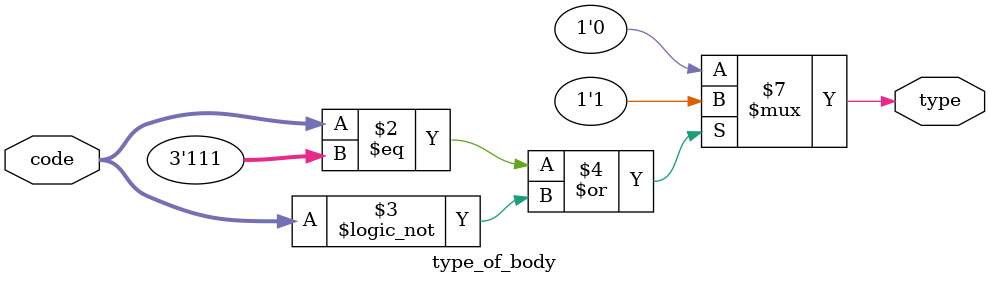
<source format=v>
`timescale 1ns / 1ps
module type_of_body(
input [2:0] code,
output reg type
    );
initial 
	$monitor ("%b %b",code,type);
always @ (code)
	if(code==3'b111 | code==3'b000)
		type = 1'b1;
	else
		type = 1'b0;

endmodule

</source>
